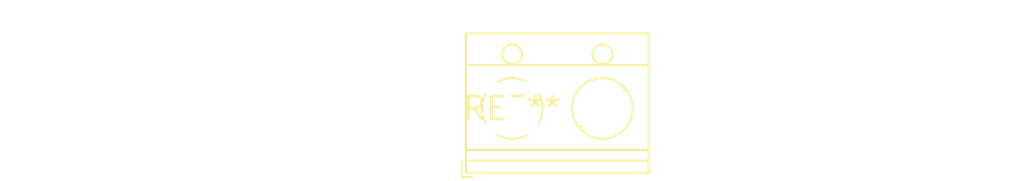
<source format=kicad_pcb>
(kicad_pcb (version 20240108) (generator pcbnew)
  (layers (0 "F.Cu" signal) (31 "B.Cu" signal) (34 "B.Paste" user) (35 "F.Paste" user) (36 "B.SilkS" user "B.Silkscreen") (37 "F.SilkS" user "F.Silkscreen") (38 "B.Mask" user) (39 "F.Mask" user) (44 "Edge.Cuts" user))
  (net 0 "")
  (footprint "TerminalBlock_RND_205-00012_1x02_P5.00mm_Horizontal" (layer "F.Cu") (at 0 0)
    (property "Reference" "REF**")
    (property "Value" "TerminalBlock_RND_205-00012_1x02_P5.00mm_Horizontal")
    (fp_line (start -2.8 2.96) (end -2.8 3.8) (layer "F.SilkS") (stroke (width 0.12)))
    (fp_line (start -2.8 3.8) (end -2.2 3.8) (layer "F.SilkS") (stroke (width 0.12)))
    (fp_line (start -2.56 -4.16) (end -2.56 3.561) (layer "F.SilkS") (stroke (width 0.12)))
    (fp_line (start -2.56 -4.16) (end 7.56 -4.16) (layer "F.SilkS") (stroke (width 0.12)))
    (fp_line (start -2.56 -2.4) (end 7.56 -2.4) (layer "F.SilkS") (stroke (width 0.12)))
    (fp_line (start -2.56 2.3) (end 7.56 2.3) (layer "F.SilkS") (stroke (width 0.12)))
    (fp_line (start -2.56 2.9) (end 7.56 2.9) (layer "F.SilkS") (stroke (width 0.12)))
    (fp_line (start -2.56 3.561) (end 7.56 3.561) (layer "F.SilkS") (stroke (width 0.12)))
    (fp_line (start 3.82 0.976) (end 3.726 1.069) (layer "F.SilkS") (stroke (width 0.12)))
    (fp_line (start 3.99 1.216) (end 3.931 1.274) (layer "F.SilkS") (stroke (width 0.12)))
    (fp_line (start 6.07 -1.275) (end 6.011 -1.216) (layer "F.SilkS") (stroke (width 0.12)))
    (fp_line (start 6.275 -1.069) (end 6.181 -0.976) (layer "F.SilkS") (stroke (width 0.12)))
    (fp_line (start 7.56 -4.16) (end 7.56 3.561) (layer "F.SilkS") (stroke (width 0.12)))
    (fp_arc (start -1.483953 0.789089) (mid -1.680708 5e-05) (end -1.484 -0.789) (layer "F.SilkS") (stroke (width 0.12)))
    (fp_arc (start -0.789089 -1.483953) (mid -5e-05 -1.680708) (end 0.789 -1.484) (layer "F.SilkS") (stroke (width 0.12)))
    (fp_arc (start 0.029383 1.68045) (mid -0.392304 1.634281) (end -0.789 1.484) (layer "F.SilkS") (stroke (width 0.12)))
    (fp_arc (start 0.788712 1.483352) (mid 0.406429 1.630097) (end 0 1.68) (layer "F.SilkS") (stroke (width 0.12)))
    (fp_arc (start 1.483953 -0.789089) (mid 1.680708 -5e-05) (end 1.484 0.789) (layer "F.SilkS") (stroke (width 0.12)))
    (fp_circle (center 0 -3) (end 0.55 -3) (layer "F.SilkS") (stroke (width 0.12)) (fill none))
    (fp_circle (center 5 -3) (end 5.55 -3) (layer "F.SilkS") (stroke (width 0.12)) (fill none))
    (fp_circle (center 5 0) (end 6.68 0) (layer "F.SilkS") (stroke (width 0.12)) (fill none))
    (pad "1" thru_hole rect (at 0 0) (size 2.5 2.5) (drill 1.3) (layers *.Cu *.Mask) (remove_unused_layers))
    (pad "2" thru_hole circle (at 5 0) (size 2.5 2.5) (drill 1.3) (layers *.Cu *.Mask) (remove_unused_layers))
  )
)
</source>
